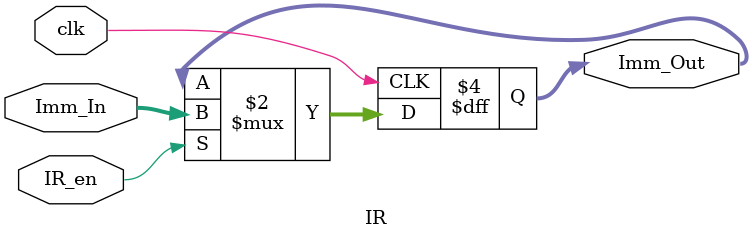
<source format=v>
`timescale 1ns/1ps


module IR(
    // =========================================================================
    // Inputs
    // =========================================================================
    input  wire clk,                // System clock - captures data on rising edge

    input  wire IR_en,              // Instruction Register Enable
                                    // 1 = Capture new immediate value from Imm_In
                                    // 0 = Hold current value in Imm_Out
                                    // Set by control unit when multi-word
                                    // instruction is detected

    input  wire [7:0] Imm_In,       // Immediate value input
                                    // Connected to instruction memory output
                                    // Contains the second word of multi-word
                                    // instructions (immediate value or address)

    // =========================================================================
    // Outputs
    // =========================================================================
    output reg  [7:0] Imm_Out       // Immediate value output (registered)
                                    // Holds the captured immediate/address value
                                    // Remains stable throughout instruction execution
                                    // Used by execute stage for:
                                    // - LDM: immediate data to load
                                    // - LDD: memory address to read from
                                    // - STD: memory address to write to
);

    // =========================================================================
    // Synchronous Capture Logic
    // =========================================================================
    // On every rising clock edge, check if we should capture a new value
    // This implements an enabled register (register with load enable)
    always @(posedge clk) begin
        // ---------------------------------------------------------------------
        // Capture new immediate value when enabled
        // ---------------------------------------------------------------------
        // IR_en is asserted by the control unit during the second cycle
        // of multi-word instructions to capture the immediate/address byte
        if(IR_en) begin
            Imm_Out <= Imm_In;      // Load new immediate value
        end
        // ---------------------------------------------------------------------
        // Hold current value when not enabled
        // ---------------------------------------------------------------------
        // When IR_en = 0, the register retains its previous value
        // This is implicit in the 'if' without 'else' - the register
        // naturally holds its value when not being written
        // (No explicit else clause needed)
    end

endmodule
</source>
